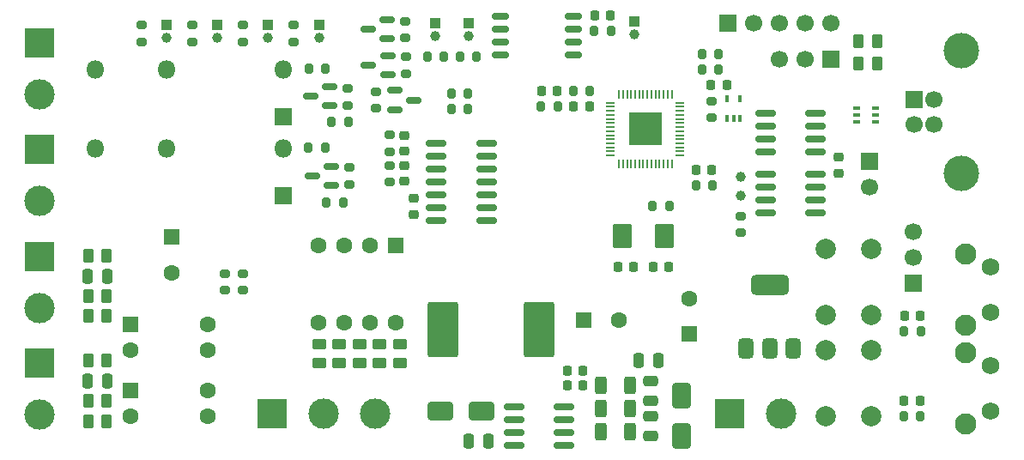
<source format=gbr>
%TF.GenerationSoftware,KiCad,Pcbnew,9.0.4-1.fc42*%
%TF.CreationDate,2025-09-30T21:03:08+03:00*%
%TF.ProjectId,ea01,65613031-2e6b-4696-9361-645f70636258,rev?*%
%TF.SameCoordinates,Original*%
%TF.FileFunction,Soldermask,Top*%
%TF.FilePolarity,Negative*%
%FSLAX46Y46*%
G04 Gerber Fmt 4.6, Leading zero omitted, Abs format (unit mm)*
G04 Created by KiCad (PCBNEW 9.0.4-1.fc42) date 2025-09-30 21:03:08*
%MOMM*%
%LPD*%
G01*
G04 APERTURE LIST*
G04 Aperture macros list*
%AMRoundRect*
0 Rectangle with rounded corners*
0 $1 Rounding radius*
0 $2 $3 $4 $5 $6 $7 $8 $9 X,Y pos of 4 corners*
0 Add a 4 corners polygon primitive as box body*
4,1,4,$2,$3,$4,$5,$6,$7,$8,$9,$2,$3,0*
0 Add four circle primitives for the rounded corners*
1,1,$1+$1,$2,$3*
1,1,$1+$1,$4,$5*
1,1,$1+$1,$6,$7*
1,1,$1+$1,$8,$9*
0 Add four rect primitives between the rounded corners*
20,1,$1+$1,$2,$3,$4,$5,0*
20,1,$1+$1,$4,$5,$6,$7,0*
20,1,$1+$1,$6,$7,$8,$9,0*
20,1,$1+$1,$8,$9,$2,$3,0*%
G04 Aperture macros list end*
%ADD10RoundRect,0.225000X-0.225000X-0.250000X0.225000X-0.250000X0.225000X0.250000X-0.225000X0.250000X0*%
%ADD11RoundRect,0.250000X-0.250000X-0.475000X0.250000X-0.475000X0.250000X0.475000X-0.250000X0.475000X0*%
%ADD12RoundRect,0.200000X0.275000X-0.200000X0.275000X0.200000X-0.275000X0.200000X-0.275000X-0.200000X0*%
%ADD13RoundRect,0.200000X-0.275000X0.200000X-0.275000X-0.200000X0.275000X-0.200000X0.275000X0.200000X0*%
%ADD14RoundRect,0.200000X0.200000X0.275000X-0.200000X0.275000X-0.200000X-0.275000X0.200000X-0.275000X0*%
%ADD15RoundRect,0.250000X1.000000X0.650000X-1.000000X0.650000X-1.000000X-0.650000X1.000000X-0.650000X0*%
%ADD16RoundRect,0.150000X-0.825000X-0.150000X0.825000X-0.150000X0.825000X0.150000X-0.825000X0.150000X0*%
%ADD17RoundRect,0.250000X-0.550000X-0.550000X0.550000X-0.550000X0.550000X0.550000X-0.550000X0.550000X0*%
%ADD18C,1.600000*%
%ADD19RoundRect,0.250000X0.262500X0.450000X-0.262500X0.450000X-0.262500X-0.450000X0.262500X-0.450000X0*%
%ADD20RoundRect,0.250000X-0.550000X0.550000X-0.550000X-0.550000X0.550000X-0.550000X0.550000X0.550000X0*%
%ADD21RoundRect,0.250000X0.312500X0.625000X-0.312500X0.625000X-0.312500X-0.625000X0.312500X-0.625000X0*%
%ADD22RoundRect,0.250000X-0.450000X0.262500X-0.450000X-0.262500X0.450000X-0.262500X0.450000X0.262500X0*%
%ADD23RoundRect,0.250000X0.450000X-0.262500X0.450000X0.262500X-0.450000X0.262500X-0.450000X-0.262500X0*%
%ADD24RoundRect,0.250000X-0.475000X0.250000X-0.475000X-0.250000X0.475000X-0.250000X0.475000X0.250000X0*%
%ADD25C,2.000000*%
%ADD26RoundRect,0.225000X0.225000X0.250000X-0.225000X0.250000X-0.225000X-0.250000X0.225000X-0.250000X0*%
%ADD27R,1.700000X1.700000*%
%ADD28C,1.700000*%
%ADD29R,3.000000X3.000000*%
%ADD30C,3.000000*%
%ADD31RoundRect,0.250000X0.250000X0.475000X-0.250000X0.475000X-0.250000X-0.475000X0.250000X-0.475000X0*%
%ADD32RoundRect,0.150000X0.587500X0.150000X-0.587500X0.150000X-0.587500X-0.150000X0.587500X-0.150000X0*%
%ADD33RoundRect,0.250000X-0.262500X-0.450000X0.262500X-0.450000X0.262500X0.450000X-0.262500X0.450000X0*%
%ADD34RoundRect,0.200000X-0.200000X-0.275000X0.200000X-0.275000X0.200000X0.275000X-0.200000X0.275000X0*%
%ADD35RoundRect,0.250000X0.475000X-0.250000X0.475000X0.250000X-0.475000X0.250000X-0.475000X-0.250000X0*%
%ADD36R,1.000000X1.000000*%
%ADD37C,1.000000*%
%ADD38O,1.800000X1.800000*%
%ADD39R,1.800000X1.800000*%
%ADD40RoundRect,0.100000X0.225000X0.100000X-0.225000X0.100000X-0.225000X-0.100000X0.225000X-0.100000X0*%
%ADD41C,2.100000*%
%ADD42C,1.750000*%
%ADD43RoundRect,0.250000X0.700000X0.950000X-0.700000X0.950000X-0.700000X-0.950000X0.700000X-0.950000X0*%
%ADD44RoundRect,0.150000X0.825000X0.150000X-0.825000X0.150000X-0.825000X-0.150000X0.825000X-0.150000X0*%
%ADD45RoundRect,0.100000X0.100000X-0.225000X0.100000X0.225000X-0.100000X0.225000X-0.100000X-0.225000X0*%
%ADD46RoundRect,0.249999X-1.250001X-2.500001X1.250001X-2.500001X1.250001X2.500001X-1.250001X2.500001X0*%
%ADD47RoundRect,0.225000X-0.250000X0.225000X-0.250000X-0.225000X0.250000X-0.225000X0.250000X0.225000X0*%
%ADD48RoundRect,0.250000X0.550000X-0.550000X0.550000X0.550000X-0.550000X0.550000X-0.550000X-0.550000X0*%
%ADD49RoundRect,0.250000X-0.650000X1.000000X-0.650000X-1.000000X0.650000X-1.000000X0.650000X1.000000X0*%
%ADD50RoundRect,0.050000X-0.387500X-0.050000X0.387500X-0.050000X0.387500X0.050000X-0.387500X0.050000X0*%
%ADD51RoundRect,0.050000X-0.050000X-0.387500X0.050000X-0.387500X0.050000X0.387500X-0.050000X0.387500X0*%
%ADD52R,3.200000X3.200000*%
%ADD53C,3.500000*%
%ADD54RoundRect,0.150000X-0.587500X-0.150000X0.587500X-0.150000X0.587500X0.150000X-0.587500X0.150000X0*%
%ADD55RoundRect,0.225000X0.250000X-0.225000X0.250000X0.225000X-0.250000X0.225000X-0.250000X-0.225000X0*%
%ADD56RoundRect,0.375000X0.375000X-0.625000X0.375000X0.625000X-0.375000X0.625000X-0.375000X-0.625000X0*%
%ADD57RoundRect,0.500000X1.400000X-0.500000X1.400000X0.500000X-1.400000X0.500000X-1.400000X-0.500000X0*%
%ADD58RoundRect,0.162500X-0.650000X-0.162500X0.650000X-0.162500X0.650000X0.162500X-0.650000X0.162500X0*%
G04 APERTURE END LIST*
D10*
%TO.C,C1*%
X134475000Y-65750000D03*
X136025000Y-65750000D03*
%TD*%
D11*
%TO.C,C6*%
X128800000Y-84500000D03*
X130700000Y-84500000D03*
%TD*%
D12*
%TO.C,R27*%
X105837500Y-56200000D03*
X105837500Y-54550000D03*
%TD*%
D13*
%TO.C,R37*%
X94750000Y-51425000D03*
X94750000Y-53075000D03*
%TD*%
D14*
%TO.C,R16*%
X131825000Y-69250000D03*
X130175000Y-69250000D03*
%TD*%
D15*
%TO.C,D2*%
X113250000Y-89500000D03*
X109250000Y-89500000D03*
%TD*%
D16*
%TO.C,U4*%
X116500000Y-89095000D03*
X116500000Y-90365000D03*
X116500000Y-91635000D03*
X116500000Y-92905000D03*
X121450000Y-92905000D03*
X121450000Y-91635000D03*
X121450000Y-90365000D03*
X121450000Y-89095000D03*
%TD*%
D17*
%TO.C,U13*%
X78695000Y-80975000D03*
D18*
X78695000Y-83515000D03*
X86315000Y-83515000D03*
X86315000Y-80975000D03*
%TD*%
D13*
%TO.C,R56*%
X138850000Y-70275000D03*
X138850000Y-71925000D03*
%TD*%
D19*
%TO.C,R48*%
X76325000Y-84500000D03*
X74500000Y-84500000D03*
%TD*%
D20*
%TO.C,C62*%
X82750000Y-72347349D03*
D18*
X82750000Y-75847349D03*
%TD*%
D21*
%TO.C,R2*%
X127962500Y-87000000D03*
X125037500Y-87000000D03*
%TD*%
D10*
%TO.C,C12*%
X121725000Y-87000000D03*
X123275000Y-87000000D03*
%TD*%
D22*
%TO.C,R61*%
X101250000Y-82925000D03*
X101250000Y-84750000D03*
%TD*%
D23*
%TO.C,FB4*%
X105250000Y-84750000D03*
X105250000Y-82925000D03*
%TD*%
D24*
%TO.C,C3*%
X130000000Y-90050000D03*
X130000000Y-91950000D03*
%TD*%
D25*
%TO.C,SW3*%
X151750000Y-73500000D03*
X151750000Y-80000000D03*
X147250000Y-73500000D03*
X147250000Y-80000000D03*
%TD*%
D26*
%TO.C,C48*%
X123935201Y-59440795D03*
X122385201Y-59440795D03*
%TD*%
D27*
%TO.C,J7*%
X155850000Y-76850000D03*
D28*
X155850000Y-74310000D03*
X155850000Y-71770000D03*
%TD*%
D11*
%TO.C,C42*%
X74450000Y-76200000D03*
X76350000Y-76200000D03*
%TD*%
D10*
%TO.C,C13*%
X121725000Y-85500000D03*
X123275000Y-85500000D03*
%TD*%
D29*
%TO.C,J4*%
X69700000Y-74250000D03*
D30*
X69700000Y-79330000D03*
%TD*%
D13*
%TO.C,R31*%
X84750000Y-51425000D03*
X84750000Y-53075000D03*
%TD*%
D14*
%TO.C,R23*%
X111950000Y-58200000D03*
X110300000Y-58200000D03*
%TD*%
D27*
%TO.C,J8*%
X147740000Y-54810000D03*
D28*
X145200000Y-54810000D03*
X142660000Y-54810000D03*
%TD*%
D31*
%TO.C,C8*%
X113950000Y-92500000D03*
X112050000Y-92500000D03*
%TD*%
D32*
%TO.C,Q6*%
X103975000Y-52800000D03*
X103975000Y-50900000D03*
X102100000Y-51850000D03*
%TD*%
D27*
%TO.C,BT1*%
X151600000Y-64900000D03*
D28*
X151600000Y-67440000D03*
%TD*%
D33*
%TO.C,R47*%
X74500000Y-90500000D03*
X76325000Y-90500000D03*
%TD*%
D32*
%TO.C,Q11*%
X98462500Y-67250000D03*
X98462500Y-65350000D03*
X96587500Y-66300000D03*
%TD*%
D34*
%TO.C,R80*%
X96200000Y-63550000D03*
X97850000Y-63550000D03*
%TD*%
D33*
%TO.C,R41*%
X74500000Y-80100000D03*
X76325000Y-80100000D03*
%TD*%
D29*
%TO.C,J5*%
X69700000Y-84760000D03*
D30*
X69700000Y-89840000D03*
%TD*%
D14*
%TO.C,R12*%
X136685000Y-54300000D03*
X135035000Y-54300000D03*
%TD*%
%TO.C,R25*%
X112825000Y-54500000D03*
X111175000Y-54500000D03*
%TD*%
%TO.C,R78*%
X99650000Y-68900000D03*
X98000000Y-68900000D03*
%TD*%
%TO.C,R1*%
X136075000Y-67250000D03*
X134425000Y-67250000D03*
%TD*%
D22*
%TO.C,R63*%
X103250000Y-82925000D03*
X103250000Y-84750000D03*
%TD*%
D13*
%TO.C,R43*%
X88000000Y-75925000D03*
X88000000Y-77575000D03*
%TD*%
D35*
%TO.C,C7*%
X130000000Y-88450000D03*
X130000000Y-86550000D03*
%TD*%
D12*
%TO.C,R33*%
X105775000Y-52700000D03*
X105775000Y-51050000D03*
%TD*%
D36*
%TO.C,J16*%
X97250000Y-51365000D03*
D37*
X97250000Y-52635000D03*
%TD*%
D12*
%TO.C,R34*%
X89750000Y-53075000D03*
X89750000Y-51425000D03*
%TD*%
D38*
%TO.C,K1*%
X82200000Y-55800000D03*
X75200000Y-55800000D03*
D39*
X93700000Y-60500000D03*
D38*
X93700000Y-55800000D03*
%TD*%
D40*
%TO.C,U7*%
X152150000Y-60950000D03*
X152150000Y-60300000D03*
X152150000Y-59650000D03*
X150250000Y-59650000D03*
X150250000Y-60300000D03*
X150250000Y-60950000D03*
%TD*%
D34*
%TO.C,R71*%
X96250000Y-55750000D03*
X97900000Y-55750000D03*
%TD*%
D33*
%TO.C,R46*%
X74500000Y-88500000D03*
X76325000Y-88500000D03*
%TD*%
D21*
%TO.C,R3*%
X127962500Y-89250000D03*
X125037500Y-89250000D03*
%TD*%
D14*
%TO.C,R21*%
X111950000Y-59700000D03*
X110300000Y-59700000D03*
%TD*%
D22*
%TO.C,R64*%
X97250000Y-82925000D03*
X97250000Y-84750000D03*
%TD*%
D34*
%TO.C,R52*%
X154950000Y-81600000D03*
X156600000Y-81600000D03*
%TD*%
D36*
%TO.C,J15*%
X87250000Y-51365000D03*
D37*
X87250000Y-52635000D03*
%TD*%
D41*
%TO.C,SW2*%
X161047500Y-83750000D03*
X161047500Y-90760000D03*
D42*
X163537500Y-85000000D03*
X163537500Y-89500000D03*
%TD*%
D43*
%TO.C,Y1*%
X131300000Y-72250000D03*
X127200000Y-72250000D03*
%TD*%
D34*
%TO.C,R11*%
X124425000Y-52000000D03*
X126075000Y-52000000D03*
%TD*%
D10*
%TO.C,C40*%
X124475000Y-50500000D03*
X126025000Y-50500000D03*
%TD*%
D29*
%TO.C,J1*%
X137750000Y-89800000D03*
D30*
X142830000Y-89800000D03*
%TD*%
D19*
%TO.C,FB1*%
X152312500Y-53000000D03*
X150487500Y-53000000D03*
%TD*%
D14*
%TO.C,R13*%
X136685000Y-55770000D03*
X135035000Y-55770000D03*
%TD*%
D12*
%TO.C,R28*%
X79800000Y-53075000D03*
X79800000Y-51425000D03*
%TD*%
D19*
%TO.C,R42*%
X76312500Y-74200000D03*
X74487500Y-74200000D03*
%TD*%
D34*
%TO.C,R53*%
X119175000Y-59450000D03*
X120825000Y-59450000D03*
%TD*%
D21*
%TO.C,R4*%
X127962500Y-91500000D03*
X125037500Y-91500000D03*
%TD*%
D44*
%TO.C,U3*%
X113775000Y-70670000D03*
X113775000Y-69400000D03*
X113775000Y-68130000D03*
X113775000Y-66860000D03*
X113775000Y-65590000D03*
X113775000Y-64320000D03*
X113775000Y-63050000D03*
X108825000Y-63050000D03*
X108825000Y-64320000D03*
X108825000Y-65590000D03*
X108825000Y-66860000D03*
X108825000Y-68130000D03*
X108825000Y-69400000D03*
X108825000Y-70670000D03*
%TD*%
D12*
%TO.C,R70*%
X100075000Y-59325000D03*
X100075000Y-57675000D03*
%TD*%
D45*
%TO.C,U5*%
X137500000Y-60600000D03*
X138150000Y-60600000D03*
X138800000Y-60600000D03*
X138800000Y-58700000D03*
X137500000Y-58700000D03*
%TD*%
D13*
%TO.C,R22*%
X102900000Y-57975000D03*
X102900000Y-59625000D03*
%TD*%
D29*
%TO.C,J6*%
X92670000Y-89750000D03*
D30*
X97750000Y-89750000D03*
X102830000Y-89750000D03*
%TD*%
D16*
%TO.C,U2*%
X141275000Y-66095000D03*
X141275000Y-67365000D03*
X141275000Y-68635000D03*
X141275000Y-69905000D03*
X146225000Y-69905000D03*
X146225000Y-68635000D03*
X146225000Y-67365000D03*
X146225000Y-66095000D03*
%TD*%
D10*
%TO.C,C15*%
X135925000Y-57300000D03*
X137475000Y-57300000D03*
%TD*%
D46*
%TO.C,L1*%
X109500000Y-81500000D03*
X119000000Y-81500000D03*
%TD*%
D36*
%TO.C,J14*%
X82250000Y-51365000D03*
D37*
X82250000Y-52635000D03*
%TD*%
D26*
%TO.C,C50*%
X120775000Y-57950000D03*
X119225000Y-57950000D03*
%TD*%
D47*
%TO.C,C43*%
X105700000Y-65300000D03*
X105700000Y-66850000D03*
%TD*%
D36*
%TO.C,J19*%
X128400000Y-51065000D03*
D37*
X128400000Y-52335000D03*
%TD*%
D38*
%TO.C,K2*%
X82200000Y-63582500D03*
X75200000Y-63582500D03*
D39*
X93700000Y-68282500D03*
D38*
X93700000Y-63582500D03*
%TD*%
D14*
%TO.C,R17*%
X109575000Y-54500000D03*
X107925000Y-54500000D03*
%TD*%
D17*
%TO.C,U14*%
X78695000Y-87475000D03*
D18*
X78695000Y-90015000D03*
X86315000Y-90015000D03*
X86315000Y-87475000D03*
%TD*%
D12*
%TO.C,R79*%
X100275000Y-67125000D03*
X100275000Y-65475000D03*
%TD*%
D44*
%TO.C,U8*%
X146225000Y-63905000D03*
X146225000Y-62635000D03*
X146225000Y-61365000D03*
X146225000Y-60095000D03*
X141275000Y-60095000D03*
X141275000Y-61365000D03*
X141275000Y-62635000D03*
X141275000Y-63905000D03*
%TD*%
D36*
%TO.C,J17*%
X92250000Y-51365000D03*
D37*
X92250000Y-52635000D03*
%TD*%
D48*
%TO.C,C2*%
X133750000Y-81902651D03*
D18*
X133750000Y-78402651D03*
%TD*%
D49*
%TO.C,D5*%
X133000000Y-88000000D03*
X133000000Y-92000000D03*
%TD*%
D25*
%TO.C,SW4*%
X151750000Y-83500000D03*
X151750000Y-90000000D03*
X147250000Y-83500000D03*
X147250000Y-90000000D03*
%TD*%
D23*
%TO.C,R62*%
X99250000Y-84750000D03*
X99250000Y-82925000D03*
%TD*%
D17*
%TO.C,C9*%
X123347349Y-80500000D03*
D18*
X126847349Y-80500000D03*
%TD*%
D27*
%TO.C,J3*%
X137580000Y-51200000D03*
D28*
X140120000Y-51200000D03*
X142660000Y-51200000D03*
X145200000Y-51200000D03*
X147740000Y-51200000D03*
%TD*%
D13*
%TO.C,R49*%
X89750000Y-75925000D03*
X89750000Y-77575000D03*
%TD*%
D11*
%TO.C,C46*%
X74462500Y-86500000D03*
X76362500Y-86500000D03*
%TD*%
D50*
%TO.C,U1*%
X126012500Y-59087500D03*
X126012500Y-59487500D03*
X126012500Y-59887500D03*
X126012500Y-60287500D03*
X126012500Y-60687500D03*
X126012500Y-61087500D03*
X126012500Y-61487500D03*
X126012500Y-61887500D03*
X126012500Y-62287500D03*
X126012500Y-62687500D03*
X126012500Y-63087500D03*
X126012500Y-63487500D03*
X126012500Y-63887500D03*
X126012500Y-64287500D03*
D51*
X126850000Y-65125000D03*
X127250000Y-65125000D03*
X127650000Y-65125000D03*
X128050000Y-65125000D03*
X128450000Y-65125000D03*
X128850000Y-65125000D03*
X129250000Y-65125000D03*
X129650000Y-65125000D03*
X130050000Y-65125000D03*
X130450000Y-65125000D03*
X130850000Y-65125000D03*
X131250000Y-65125000D03*
X131650000Y-65125000D03*
X132050000Y-65125000D03*
D50*
X132887500Y-64287500D03*
X132887500Y-63887500D03*
X132887500Y-63487500D03*
X132887500Y-63087500D03*
X132887500Y-62687500D03*
X132887500Y-62287500D03*
X132887500Y-61887500D03*
X132887500Y-61487500D03*
X132887500Y-61087500D03*
X132887500Y-60687500D03*
X132887500Y-60287500D03*
X132887500Y-59887500D03*
X132887500Y-59487500D03*
X132887500Y-59087500D03*
D51*
X132050000Y-58250000D03*
X131650000Y-58250000D03*
X131250000Y-58250000D03*
X130850000Y-58250000D03*
X130450000Y-58250000D03*
X130050000Y-58250000D03*
X129650000Y-58250000D03*
X129250000Y-58250000D03*
X128850000Y-58250000D03*
X128450000Y-58250000D03*
X128050000Y-58250000D03*
X127650000Y-58250000D03*
X127250000Y-58250000D03*
X126850000Y-58250000D03*
D52*
X129450000Y-61687500D03*
%TD*%
D10*
%TO.C,C51*%
X154975000Y-88500000D03*
X156525000Y-88500000D03*
%TD*%
D27*
%TO.C,J2*%
X155922500Y-58750000D03*
D28*
X155922500Y-61250000D03*
X157922500Y-61250000D03*
X157922500Y-58750000D03*
D53*
X160632500Y-53980000D03*
X160632500Y-66020000D03*
%TD*%
D32*
%TO.C,Q4*%
X104025000Y-56325000D03*
X104025000Y-54425000D03*
X102150000Y-55375000D03*
%TD*%
D10*
%TO.C,C49*%
X155000000Y-80100000D03*
X156550000Y-80100000D03*
%TD*%
D36*
%TO.C,J13*%
X112000000Y-51230000D03*
D37*
X112000000Y-52500000D03*
%TD*%
D10*
%TO.C,C41*%
X130225000Y-75250000D03*
X131775000Y-75250000D03*
%TD*%
D33*
%TO.C,R40*%
X74487500Y-78200000D03*
X76312500Y-78200000D03*
%TD*%
D54*
%TO.C,Q2*%
X104699001Y-57866071D03*
X104699001Y-59766071D03*
X106574001Y-58816071D03*
%TD*%
D55*
%TO.C,C55*%
X148500000Y-66025000D03*
X148500000Y-64475000D03*
%TD*%
D20*
%TO.C,U12*%
X104810000Y-73195000D03*
D18*
X102270000Y-73195000D03*
X99730000Y-73195000D03*
X97190000Y-73195000D03*
X97190000Y-80815000D03*
X99730000Y-80815000D03*
X102270000Y-80815000D03*
X104810000Y-80815000D03*
%TD*%
D36*
%TO.C,J18*%
X108750000Y-51230000D03*
D37*
X108750000Y-52500000D03*
%TD*%
D56*
%TO.C,U6*%
X139400000Y-83350000D03*
X141700000Y-83350000D03*
D57*
X141700000Y-77050000D03*
D56*
X144000000Y-83350000D03*
%TD*%
D58*
%TO.C,U11*%
X115162500Y-50595000D03*
X115162500Y-51865000D03*
X115162500Y-53135000D03*
X115162500Y-54405000D03*
X122337500Y-54405000D03*
X122337500Y-53135000D03*
X122337500Y-51865000D03*
X122337500Y-50595000D03*
%TD*%
D47*
%TO.C,C47*%
X105700000Y-62300000D03*
X105700000Y-63850000D03*
%TD*%
D14*
%TO.C,R69*%
X100150000Y-61000000D03*
X98500000Y-61000000D03*
%TD*%
D55*
%TO.C,C45*%
X106600000Y-70075000D03*
X106600000Y-68525000D03*
%TD*%
D41*
%TO.C,SW1*%
X161010000Y-74000000D03*
X161010000Y-81010000D03*
D42*
X163500000Y-75250000D03*
X163500000Y-79750000D03*
%TD*%
D19*
%TO.C,FB2*%
X152312500Y-55250000D03*
X150487500Y-55250000D03*
%TD*%
D12*
%TO.C,R50*%
X104200000Y-63900000D03*
X104200000Y-62250000D03*
%TD*%
D29*
%TO.C,J11*%
X69700000Y-63670000D03*
D30*
X69700000Y-68750000D03*
%TD*%
D32*
%TO.C,Q9*%
X98325000Y-59400000D03*
X98325000Y-57500000D03*
X96450000Y-58450000D03*
%TD*%
D34*
%TO.C,R51*%
X122335201Y-57940795D03*
X123985201Y-57940795D03*
%TD*%
D12*
%TO.C,R44*%
X104200000Y-66900000D03*
X104200000Y-65250000D03*
%TD*%
D26*
%TO.C,C39*%
X128275000Y-75250000D03*
X126725000Y-75250000D03*
%TD*%
D13*
%TO.C,R9*%
X136000000Y-58925000D03*
X136000000Y-60575000D03*
%TD*%
D34*
%TO.C,R54*%
X154925000Y-90000000D03*
X156575000Y-90000000D03*
%TD*%
D29*
%TO.C,J10*%
X69700000Y-53170000D03*
D30*
X69700000Y-58250000D03*
%TD*%
D37*
%TO.C,Y3*%
X138900000Y-66350000D03*
X138900000Y-68250000D03*
%TD*%
M02*

</source>
